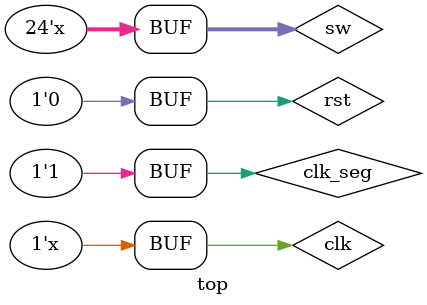
<source format=v>
`timescale 1ns / 1ps


/*
module tb_mul();

    wire [31:0] result;
    reg [31:0] rs1;
    reg [31:0] rs2;
    reg [2:0] f3;
    
    
    MUL mul(result, rs1, rs2, f3);
    
    initial begin
    
        rs1 <= 32'd0;
        rs2 <= 32'd0;
        f3 <= 3'd0;
    
        #10;
        //REM 11 % 7
        rs1 <= 32'd11;
        rs2 <= 32'd7;
        
        f3 <= 3'b110;
        
        #10;
        //REM 11 % -7
        rs1 <= 32'd11;
        rs2 <= -32'd7;
        
        f3 <= 3'b110;
        
        #10;
        //REM -11 % 7
        rs1 <= -32'd11;
        rs2 <= 32'd7;
        
        f3 <= 3'b110;
        
        #10;
        //REM -11 % -7
        rs1 <= -32'd11;
        rs2 <= -32'd7;
        
        f3 <= 3'b110;
        
        #10;
        // DIV 16 / 4
        rs1 <= 32'd16;
        rs2 <= 32'd4;
        
        f3 <= 3'b100;
        
        #10;
        // DIV 16 / -4
        rs1 <= 32'd16;
        rs2 <= -32'd4;
        
        f3 <= 3'b100;
        
        #10;
        // DIV -16 / 4
        rs1 <= -32'd16;
        rs2 <= 32'd4;
        
        f3 <= 3'b100;
        
        #10;
        // DIV -16 / -4
        rs1 <= -32'd16;
        rs2 <= -32'd4;
        
        f3 <= 3'b100;
        
    end
    
    

endmodule
*/

module top();

    reg clk, rst;
    initial begin
        clk <= 1'b1;
        rst <= 1'b1;
        
        #250;
        rst <= 1'b0;
    end
    
    always begin
        #5;
        clk <= ~clk;
    end
    
    reg clk_seg;
    always begin
        clk_seg <= 1'b0; #40;
        clk_seg <= 1'b1; #40;
    end
    
    
    
    reg [23:0] sw = 24'd0;
    always begin
        #5000;
        sw <= sw + 1;
    end
    
    
    wire [31:0] IADRR;
    wire [31:0] IDATA;
    wire        IWAIT;
    
    wire [31:0] MADDR;
    wire [31:0] MDATA;
    wire [3:0]  MBE;
    wire        MEN;
    wire        MRW;
    wire        MWAIT;

    
    RISCV cpu( IADRR, IDATA, IWAIT, MADDR, MDATA, MBE, MEN, MRW, MWAIT, rst, clk);
    
    IMEM imem(IADRR, IDATA, IWAIT, clk);
    
    DROM drom(MADDR, MDATA, MBE, MEN, MRW, MWAIT, clk);
    DMEM dmem(MADDR, MDATA, MBE, MEN, MRW, MWAIT, clk);
    
    wire dp;
    wire [6:0] seg;
    wire [3:0] an;
    seg_7 segs( MADDR, MDATA, MEN, MRW, MWAIT,  {dp, seg}, an, clk);
    
    wire [23:0] io_led;
    led_24 leds( MADDR, MDATA, MEN, MRW, MWAIT, io_led, rst, clk);
    Input_sw switch( MADDR, MDATA, MEN, MRW, MWAIT, sw, rst, clk);
    
    BPP bpc( MADDR, MDATA, MEN, MRW, MWAIT, rst, clk);
    IPCP ipc( MADDR, MDATA, MEN, MRW, MWAIT, rst, clk);
    
    wire usb_tx;
    UART uart( MADDR, MDATA, MEN, MRW, MWAIT, rst, clk);

endmodule


</source>
